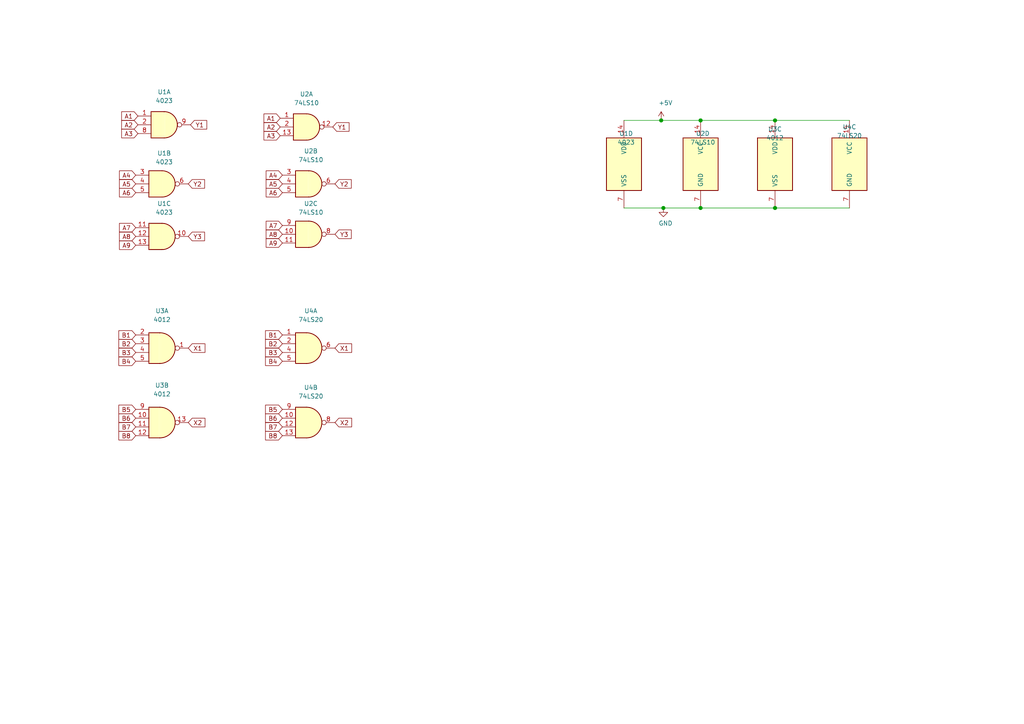
<source format=kicad_sch>
(kicad_sch (version 20201015) (generator eeschema)
  (page 1 1)
  (paper "A4")
  (lib_symbols
    (symbol "4xxx:4012" (pin_names (offset 1.016))
      (property "Reference" "U" (at 0 1.27 0))
      (property "Value" "4012" (at 0 -1.27 0))
      (symbol "4012_1_1"
        (arc (start -0.635 -4.445) (end -0.635 4.445) (radius (at -0.635 0) (length 4.445) (angles -89.9 89.9)) (stroke (width 0.254)) (fill (type background)))
        (polyline (pts (xy -0.635 4.445) (xy -3.81 4.445) (xy -3.81 -4.445) (xy -0.635 -4.445)) (stroke (width 0.254)) (fill (type background)))
        (pin output inverted (at 7.62 0 180) (length 3.81) (name "~") (number "1"))
        (pin input line (at -7.62 3.81 0) (length 3.81) (name "~") (number "2"))
        (pin input line (at -7.62 1.27 0) (length 3.81) (name "~") (number "3"))
        (pin input line (at -7.62 -1.27 0) (length 3.81) (name "~") (number "4"))
        (pin input line (at -7.62 -3.81 0) (length 3.81) (name "~") (number "5"))
      )
      (symbol "4012_1_2"
        (arc (start -3.81 4.445) (end -3.81 -4.445) (radius (at -11.303 0) (length 8.7122) (angles 30.6 -30.6)) (stroke (width 0.254)))
        (arc (start 3.81 0) (end -0.6096 4.445) (radius (at -2.0574 -1.4224) (length 6.0452) (angles 13.7 76.8)) (stroke (width 0.254)) (fill (type background)))
        (arc (start 3.81 0) (end -0.6096 -4.445) (radius (at -2.0574 1.4224) (length 6.0452) (angles -13.7 -76.8)) (stroke (width 0.254)) (fill (type background)))
        (polyline (pts (xy -3.81 -4.445) (xy -0.635 -4.445)) (stroke (width 0.254)) (fill (type background)))
        (polyline (pts (xy -3.81 4.445) (xy -0.635 4.445)) (stroke (width 0.254)) (fill (type background)))
        (polyline (pts (xy -0.635 4.445) (xy -3.81 4.445) (xy -3.81 4.445) (xy -3.6322 4.0894) (xy -3.0988 2.921) (xy -2.7686 1.6764) (xy -2.6162 0.4318) (xy -2.6416 -0.8636) (xy -2.8702 -2.1082) (xy -3.2512 -3.3274) (xy -3.81 -4.445) (xy -3.81 -4.445) (xy -0.635 -4.445)) (stroke (width -25.4)) (fill (type background)))
        (pin output line (at 7.62 0 180) (length 3.81) (name "~") (number "1"))
        (pin input inverted (at -7.62 3.81 0) (length 3.81) (name "~") (number "2"))
        (pin input inverted (at -7.62 1.27 0) (length 4.826) (name "~") (number "3"))
        (pin input inverted (at -7.62 -1.27 0) (length 4.826) (name "~") (number "4"))
        (pin input inverted (at -7.62 -3.81 0) (length 3.81) (name "~") (number "5"))
      )
      (symbol "4012_2_1"
        (arc (start -0.635 -4.445) (end -0.635 4.445) (radius (at -0.635 0) (length 4.445) (angles -89.9 89.9)) (stroke (width 0.254)) (fill (type background)))
        (polyline (pts (xy -0.635 4.445) (xy -3.81 4.445) (xy -3.81 -4.445) (xy -0.635 -4.445)) (stroke (width 0.254)) (fill (type background)))
        (pin input line (at -7.62 1.27 0) (length 3.81) (name "~") (number "10"))
        (pin input line (at -7.62 -1.27 0) (length 3.81) (name "~") (number "11"))
        (pin input line (at -7.62 -3.81 0) (length 3.81) (name "~") (number "12"))
        (pin output inverted (at 7.62 0 180) (length 3.81) (name "~") (number "13"))
        (pin input line (at -7.62 3.81 0) (length 3.81) (name "~") (number "9"))
      )
      (symbol "4012_2_2"
        (arc (start -3.81 4.445) (end -3.81 -4.445) (radius (at -11.303 0) (length 8.7122) (angles 30.6 -30.6)) (stroke (width 0.254)))
        (arc (start 3.81 0) (end -0.6096 4.445) (radius (at -2.0574 -1.4224) (length 6.0452) (angles 13.7 76.8)) (stroke (width 0.254)) (fill (type background)))
        (arc (start 3.81 0) (end -0.6096 -4.445) (radius (at -2.0574 1.4224) (length 6.0452) (angles -13.7 -76.8)) (stroke (width 0.254)) (fill (type background)))
        (polyline (pts (xy -3.81 -4.445) (xy -0.635 -4.445)) (stroke (width 0.254)) (fill (type background)))
        (polyline (pts (xy -3.81 4.445) (xy -0.635 4.445)) (stroke (width 0.254)) (fill (type background)))
        (polyline (pts (xy -0.635 4.445) (xy -3.81 4.445) (xy -3.81 4.445) (xy -3.6322 4.0894) (xy -3.0988 2.921) (xy -2.7686 1.6764) (xy -2.6162 0.4318) (xy -2.6416 -0.8636) (xy -2.8702 -2.1082) (xy -3.2512 -3.3274) (xy -3.81 -4.445) (xy -3.81 -4.445) (xy -0.635 -4.445)) (stroke (width -25.4)) (fill (type background)))
        (pin input inverted (at -7.62 1.27 0) (length 4.826) (name "~") (number "10"))
        (pin input inverted (at -7.62 -1.27 0) (length 4.826) (name "~") (number "11"))
        (pin input inverted (at -7.62 -3.81 0) (length 3.81) (name "~") (number "12"))
        (pin output line (at 7.62 0 180) (length 3.81) (name "~") (number "13"))
        (pin input inverted (at -7.62 3.81 0) (length 3.81) (name "~") (number "9"))
      )
      (symbol "4012_3_0"
        (pin power_in line (at 0 12.7 270) (length 5.08) (name "VDD") (number "14"))
        (pin power_in line (at 0 -12.7 90) (length 5.08) (name "VSS") (number "7"))
      )
      (symbol "4012_3_1"
        (rectangle (start -5.08 7.62) (end 5.08 -7.62) (stroke (width 0.254)) (fill (type background)))
      )
    )
    (symbol "4xxx:4023" (pin_names (offset 1.016))
      (property "Reference" "U" (at 0 1.27 0))
      (property "Value" "4023" (at 0 -1.27 0))
      (symbol "4023_1_1"
        (arc (start 0 -3.81) (end 0 3.81) (radius (at 0 0) (length 3.81) (angles -89.9 89.9)) (stroke (width 0.254)) (fill (type background)))
        (polyline (pts (xy 0 3.81) (xy -3.81 3.81) (xy -3.81 -3.81) (xy 0 -3.81)) (stroke (width 0.254)) (fill (type background)))
        (pin input line (at -7.62 2.54 0) (length 3.81) (name "~") (number "1"))
        (pin input line (at -7.62 0 0) (length 3.81) (name "~") (number "2"))
        (pin input line (at -7.62 -2.54 0) (length 3.81) (name "~") (number "8"))
        (pin output inverted (at 7.62 0 180) (length 3.81) (name "~") (number "9"))
      )
      (symbol "4023_1_2"
        (arc (start -3.81 3.81) (end -3.81 -3.81) (radius (at -9.144 0) (length 6.5532) (angles 35.4 -35.4)) (stroke (width 0.254)))
        (arc (start 3.81 0) (end -0.6096 3.81) (radius (at -1.1938 -1.3208) (length 5.1816) (angles 15 83.7)) (stroke (width 0.254)) (fill (type background)))
        (arc (start 3.81 0) (end -0.6096 -3.81) (radius (at -1.1938 1.3208) (length 5.1816) (angles -15 -83.7)) (stroke (width 0.254)) (fill (type background)))
        (polyline (pts (xy -3.81 -3.81) (xy -0.635 -3.81)) (stroke (width 0.254)) (fill (type background)))
        (polyline (pts (xy -3.81 3.81) (xy -0.635 3.81)) (stroke (width 0.254)) (fill (type background)))
        (polyline (pts (xy -0.635 3.81) (xy -3.81 3.81) (xy -3.81 3.81) (xy -3.556 3.4036) (xy -3.0226 2.2606) (xy -2.6924 1.0414) (xy -2.6162 -0.254) (xy -2.7686 -1.4986) (xy -3.175 -2.7178) (xy -3.81 -3.81) (xy -3.81 -3.81) (xy -0.635 -3.81)) (stroke (width -25.4)) (fill (type background)))
        (pin input inverted (at -7.62 2.54 0) (length 4.318) (name "~") (number "1"))
        (pin input inverted (at -7.62 0 0) (length 4.953) (name "~") (number "2"))
        (pin input inverted (at -7.62 -2.54 0) (length 4.318) (name "~") (number "8"))
        (pin output line (at 7.62 0 180) (length 3.81) (name "~") (number "9"))
      )
      (symbol "4023_2_1"
        (arc (start 0 -3.81) (end 0 3.81) (radius (at 0 0) (length 3.81) (angles -89.9 89.9)) (stroke (width 0.254)) (fill (type background)))
        (polyline (pts (xy 0 3.81) (xy -3.81 3.81) (xy -3.81 -3.81) (xy 0 -3.81)) (stroke (width 0.254)) (fill (type background)))
        (pin input line (at -7.62 2.54 0) (length 3.81) (name "~") (number "3"))
        (pin input line (at -7.62 0 0) (length 3.81) (name "~") (number "4"))
        (pin input line (at -7.62 -2.54 0) (length 3.81) (name "~") (number "5"))
        (pin output inverted (at 7.62 0 180) (length 3.81) (name "~") (number "6"))
      )
      (symbol "4023_2_2"
        (arc (start -3.81 3.81) (end -3.81 -3.81) (radius (at -9.144 0) (length 6.5532) (angles 35.4 -35.4)) (stroke (width 0.254)))
        (arc (start 3.81 0) (end -0.6096 3.81) (radius (at -1.1938 -1.3208) (length 5.1816) (angles 15 83.7)) (stroke (width 0.254)) (fill (type background)))
        (arc (start 3.81 0) (end -0.6096 -3.81) (radius (at -1.1938 1.3208) (length 5.1816) (angles -15 -83.7)) (stroke (width 0.254)) (fill (type background)))
        (polyline (pts (xy -3.81 -3.81) (xy -0.635 -3.81)) (stroke (width 0.254)) (fill (type background)))
        (polyline (pts (xy -3.81 3.81) (xy -0.635 3.81)) (stroke (width 0.254)) (fill (type background)))
        (polyline (pts (xy -0.635 3.81) (xy -3.81 3.81) (xy -3.81 3.81) (xy -3.556 3.4036) (xy -3.0226 2.2606) (xy -2.6924 1.0414) (xy -2.6162 -0.254) (xy -2.7686 -1.4986) (xy -3.175 -2.7178) (xy -3.81 -3.81) (xy -3.81 -3.81) (xy -0.635 -3.81)) (stroke (width -25.4)) (fill (type background)))
        (pin input inverted (at -7.62 2.54 0) (length 4.318) (name "~") (number "3"))
        (pin input inverted (at -7.62 0 0) (length 4.953) (name "~") (number "4"))
        (pin input inverted (at -7.62 -2.54 0) (length 4.318) (name "~") (number "5"))
        (pin output line (at 7.62 0 180) (length 3.81) (name "~") (number "6"))
      )
      (symbol "4023_3_1"
        (arc (start 0 -3.81) (end 0 3.81) (radius (at 0 0) (length 3.81) (angles -89.9 89.9)) (stroke (width 0.254)) (fill (type background)))
        (polyline (pts (xy 0 3.81) (xy -3.81 3.81) (xy -3.81 -3.81) (xy 0 -3.81)) (stroke (width 0.254)) (fill (type background)))
        (pin output inverted (at 7.62 0 180) (length 3.81) (name "~") (number "10"))
        (pin input line (at -7.62 2.54 0) (length 3.81) (name "~") (number "11"))
        (pin input line (at -7.62 0 0) (length 3.81) (name "~") (number "12"))
        (pin input line (at -7.62 -2.54 0) (length 3.81) (name "~") (number "13"))
      )
      (symbol "4023_3_2"
        (arc (start -3.81 3.81) (end -3.81 -3.81) (radius (at -9.144 0) (length 6.5532) (angles 35.4 -35.4)) (stroke (width 0.254)))
        (arc (start 3.81 0) (end -0.6096 3.81) (radius (at -1.1938 -1.3208) (length 5.1816) (angles 15 83.7)) (stroke (width 0.254)) (fill (type background)))
        (arc (start 3.81 0) (end -0.6096 -3.81) (radius (at -1.1938 1.3208) (length 5.1816) (angles -15 -83.7)) (stroke (width 0.254)) (fill (type background)))
        (polyline (pts (xy -3.81 -3.81) (xy -0.635 -3.81)) (stroke (width 0.254)) (fill (type background)))
        (polyline (pts (xy -3.81 3.81) (xy -0.635 3.81)) (stroke (width 0.254)) (fill (type background)))
        (polyline (pts (xy -0.635 3.81) (xy -3.81 3.81) (xy -3.81 3.81) (xy -3.556 3.4036) (xy -3.0226 2.2606) (xy -2.6924 1.0414) (xy -2.6162 -0.254) (xy -2.7686 -1.4986) (xy -3.175 -2.7178) (xy -3.81 -3.81) (xy -3.81 -3.81) (xy -0.635 -3.81)) (stroke (width -25.4)) (fill (type background)))
        (pin output line (at 7.62 0 180) (length 3.81) (name "~") (number "10"))
        (pin input inverted (at -7.62 2.54 0) (length 4.318) (name "~") (number "11"))
        (pin input inverted (at -7.62 0 0) (length 4.953) (name "~") (number "12"))
        (pin input inverted (at -7.62 -2.54 0) (length 4.318) (name "~") (number "13"))
      )
      (symbol "4023_4_0"
        (pin power_in line (at 0 12.7 270) (length 5.08) (name "VDD") (number "14"))
        (pin power_in line (at 0 -12.7 90) (length 5.08) (name "VSS") (number "7"))
      )
      (symbol "4023_4_1"
        (rectangle (start -5.08 7.62) (end 5.08 -7.62) (stroke (width 0.254)) (fill (type background)))
      )
    )
    (symbol "74xx:74LS10" (pin_names (offset 1.016))
      (property "Reference" "U" (at 0 1.27 0))
      (property "Value" "74LS10" (at 0 -1.27 0))
      (symbol "74LS10_1_1"
        (arc (start 0 -3.81) (end 0 3.81) (radius (at 0 0) (length 3.81) (angles -89.9 89.9)) (stroke (width 0.254)) (fill (type background)))
        (polyline (pts (xy 0 3.81) (xy -3.81 3.81) (xy -3.81 -3.81) (xy 0 -3.81)) (stroke (width 0.254)) (fill (type background)))
        (pin input line (at -7.62 2.54 0) (length 3.81) (name "~") (number "1"))
        (pin output inverted (at 7.62 0 180) (length 3.81) (name "~") (number "12"))
        (pin input line (at -7.62 -2.54 0) (length 3.81) (name "~") (number "13"))
        (pin input line (at -7.62 0 0) (length 3.81) (name "~") (number "2"))
      )
      (symbol "74LS10_1_2"
        (arc (start -3.81 3.81) (end -3.81 -3.81) (radius (at -9.144 0) (length 6.5532) (angles 35.4 -35.4)) (stroke (width 0.254)))
        (arc (start 3.81 0) (end -0.6096 3.81) (radius (at -1.1938 -1.3208) (length 5.1816) (angles 15 83.7)) (stroke (width 0.254)) (fill (type background)))
        (arc (start 3.81 0) (end -0.6096 -3.81) (radius (at -1.1938 1.3208) (length 5.1816) (angles -15 -83.7)) (stroke (width 0.254)) (fill (type background)))
        (polyline (pts (xy -3.81 -3.81) (xy -0.635 -3.81)) (stroke (width 0.254)) (fill (type background)))
        (polyline (pts (xy -3.81 3.81) (xy -0.635 3.81)) (stroke (width 0.254)) (fill (type background)))
        (polyline (pts (xy -0.635 3.81) (xy -3.81 3.81) (xy -3.81 3.81) (xy -3.556 3.4036) (xy -3.0226 2.2606) (xy -2.6924 1.0414) (xy -2.6162 -0.254) (xy -2.7686 -1.4986) (xy -3.175 -2.7178) (xy -3.81 -3.81) (xy -3.81 -3.81) (xy -0.635 -3.81)) (stroke (width -25.4)) (fill (type background)))
        (pin input inverted (at -7.62 2.54 0) (length 4.318) (name "~") (number "1"))
        (pin output line (at 7.62 0 180) (length 3.81) (name "~") (number "12"))
        (pin input inverted (at -7.62 -2.54 0) (length 4.318) (name "~") (number "13"))
        (pin input inverted (at -7.62 0 0) (length 4.953) (name "~") (number "2"))
      )
      (symbol "74LS10_2_1"
        (arc (start 0 -3.81) (end 0 3.81) (radius (at 0 0) (length 3.81) (angles -89.9 89.9)) (stroke (width 0.254)) (fill (type background)))
        (polyline (pts (xy 0 3.81) (xy -3.81 3.81) (xy -3.81 -3.81) (xy 0 -3.81)) (stroke (width 0.254)) (fill (type background)))
        (pin input line (at -7.62 2.54 0) (length 3.81) (name "~") (number "3"))
        (pin input line (at -7.62 0 0) (length 3.81) (name "~") (number "4"))
        (pin input line (at -7.62 -2.54 0) (length 3.81) (name "~") (number "5"))
        (pin output inverted (at 7.62 0 180) (length 3.81) (name "~") (number "6"))
      )
      (symbol "74LS10_2_2"
        (arc (start -3.81 3.81) (end -3.81 -3.81) (radius (at -9.144 0) (length 6.5532) (angles 35.4 -35.4)) (stroke (width 0.254)))
        (arc (start 3.81 0) (end -0.6096 3.81) (radius (at -1.1938 -1.3208) (length 5.1816) (angles 15 83.7)) (stroke (width 0.254)) (fill (type background)))
        (arc (start 3.81 0) (end -0.6096 -3.81) (radius (at -1.1938 1.3208) (length 5.1816) (angles -15 -83.7)) (stroke (width 0.254)) (fill (type background)))
        (polyline (pts (xy -3.81 -3.81) (xy -0.635 -3.81)) (stroke (width 0.254)) (fill (type background)))
        (polyline (pts (xy -3.81 3.81) (xy -0.635 3.81)) (stroke (width 0.254)) (fill (type background)))
        (polyline (pts (xy -0.635 3.81) (xy -3.81 3.81) (xy -3.81 3.81) (xy -3.556 3.4036) (xy -3.0226 2.2606) (xy -2.6924 1.0414) (xy -2.6162 -0.254) (xy -2.7686 -1.4986) (xy -3.175 -2.7178) (xy -3.81 -3.81) (xy -3.81 -3.81) (xy -0.635 -3.81)) (stroke (width -25.4)) (fill (type background)))
        (pin input inverted (at -7.62 2.54 0) (length 4.318) (name "~") (number "3"))
        (pin input inverted (at -7.62 0 0) (length 4.953) (name "~") (number "4"))
        (pin input inverted (at -7.62 -2.54 0) (length 4.318) (name "~") (number "5"))
        (pin output line (at 7.62 0 180) (length 3.81) (name "~") (number "6"))
      )
      (symbol "74LS10_3_1"
        (arc (start 0 -3.81) (end 0 3.81) (radius (at 0 0) (length 3.81) (angles -89.9 89.9)) (stroke (width 0.254)) (fill (type background)))
        (polyline (pts (xy 0 3.81) (xy -3.81 3.81) (xy -3.81 -3.81) (xy 0 -3.81)) (stroke (width 0.254)) (fill (type background)))
        (pin input line (at -7.62 0 0) (length 3.81) (name "~") (number "10"))
        (pin input line (at -7.62 -2.54 0) (length 3.81) (name "~") (number "11"))
        (pin output inverted (at 7.62 0 180) (length 3.81) (name "~") (number "8"))
        (pin input line (at -7.62 2.54 0) (length 3.81) (name "~") (number "9"))
      )
      (symbol "74LS10_3_2"
        (arc (start -3.81 3.81) (end -3.81 -3.81) (radius (at -9.144 0) (length 6.5532) (angles 35.4 -35.4)) (stroke (width 0.254)))
        (arc (start 3.81 0) (end -0.6096 3.81) (radius (at -1.1938 -1.3208) (length 5.1816) (angles 15 83.7)) (stroke (width 0.254)) (fill (type background)))
        (arc (start 3.81 0) (end -0.6096 -3.81) (radius (at -1.1938 1.3208) (length 5.1816) (angles -15 -83.7)) (stroke (width 0.254)) (fill (type background)))
        (polyline (pts (xy -3.81 -3.81) (xy -0.635 -3.81)) (stroke (width 0.254)) (fill (type background)))
        (polyline (pts (xy -3.81 3.81) (xy -0.635 3.81)) (stroke (width 0.254)) (fill (type background)))
        (polyline (pts (xy -0.635 3.81) (xy -3.81 3.81) (xy -3.81 3.81) (xy -3.556 3.4036) (xy -3.0226 2.2606) (xy -2.6924 1.0414) (xy -2.6162 -0.254) (xy -2.7686 -1.4986) (xy -3.175 -2.7178) (xy -3.81 -3.81) (xy -3.81 -3.81) (xy -0.635 -3.81)) (stroke (width -25.4)) (fill (type background)))
        (pin input inverted (at -7.62 0 0) (length 4.953) (name "~") (number "10"))
        (pin input inverted (at -7.62 -2.54 0) (length 4.318) (name "~") (number "11"))
        (pin output line (at 7.62 0 180) (length 3.81) (name "~") (number "8"))
        (pin input inverted (at -7.62 2.54 0) (length 4.318) (name "~") (number "9"))
      )
      (symbol "74LS10_4_0"
        (pin power_in line (at 0 12.7 270) (length 5.08) (name "VCC") (number "14"))
        (pin power_in line (at 0 -12.7 90) (length 5.08) (name "GND") (number "7"))
      )
      (symbol "74LS10_4_1"
        (rectangle (start -5.08 7.62) (end 5.08 -7.62) (stroke (width 0.254)) (fill (type background)))
      )
    )
    (symbol "74xx:74LS20" (pin_names (offset 1.016))
      (property "Reference" "U" (at 0 1.27 0))
      (property "Value" "74LS20" (at 0 -1.27 0))
      (symbol "74LS20_1_1"
        (arc (start -0.635 -4.445) (end -0.635 4.445) (radius (at -0.635 0) (length 4.445) (angles -89.9 89.9)) (stroke (width 0.254)) (fill (type background)))
        (polyline (pts (xy -0.635 4.445) (xy -3.81 4.445) (xy -3.81 -4.445) (xy -0.635 -4.445)) (stroke (width 0.254)) (fill (type background)))
        (pin input line (at -7.62 3.81 0) (length 3.81) (name "~") (number "1"))
        (pin input line (at -7.62 1.27 0) (length 3.81) (name "~") (number "2"))
        (pin input line (at -7.62 -1.27 0) (length 3.81) (name "~") (number "4"))
        (pin input line (at -7.62 -3.81 0) (length 3.81) (name "~") (number "5"))
        (pin output inverted (at 7.62 0 180) (length 3.81) (name "~") (number "6"))
      )
      (symbol "74LS20_1_2"
        (arc (start -3.81 4.445) (end -3.81 -4.445) (radius (at -11.303 0) (length 8.7122) (angles 30.6 -30.6)) (stroke (width 0.254)))
        (arc (start 3.81 0) (end -0.6096 4.445) (radius (at -2.0574 -1.4224) (length 6.0452) (angles 13.7 76.8)) (stroke (width 0.254)) (fill (type background)))
        (arc (start 3.81 0) (end -0.6096 -4.445) (radius (at -2.0574 1.4224) (length 6.0452) (angles -13.7 -76.8)) (stroke (width 0.254)) (fill (type background)))
        (polyline (pts (xy -3.81 -4.445) (xy -0.635 -4.445)) (stroke (width 0.254)) (fill (type background)))
        (polyline (pts (xy -3.81 4.445) (xy -0.635 4.445)) (stroke (width 0.254)) (fill (type background)))
        (polyline (pts (xy -0.635 4.445) (xy -3.81 4.445) (xy -3.81 4.445) (xy -3.6322 4.0894) (xy -3.0988 2.921) (xy -2.7686 1.6764) (xy -2.6162 0.4318) (xy -2.6416 -0.8636) (xy -2.8702 -2.1082) (xy -3.2512 -3.3274) (xy -3.81 -4.445) (xy -3.81 -4.445) (xy -0.635 -4.445)) (stroke (width -25.4)) (fill (type background)))
        (pin input inverted (at -7.62 3.81 0) (length 3.81) (name "~") (number "1"))
        (pin input inverted (at -7.62 1.27 0) (length 4.826) (name "~") (number "2"))
        (pin input inverted (at -7.62 -1.27 0) (length 4.826) (name "~") (number "4"))
        (pin input inverted (at -7.62 -3.81 0) (length 3.81) (name "~") (number "5"))
        (pin output line (at 7.62 0 180) (length 3.81) (name "~") (number "6"))
      )
      (symbol "74LS20_2_1"
        (arc (start -0.635 -4.445) (end -0.635 4.445) (radius (at -0.635 0) (length 4.445) (angles -89.9 89.9)) (stroke (width 0.254)) (fill (type background)))
        (polyline (pts (xy -0.635 4.445) (xy -3.81 4.445) (xy -3.81 -4.445) (xy -0.635 -4.445)) (stroke (width 0.254)) (fill (type background)))
        (pin input line (at -7.62 1.27 0) (length 3.81) (name "~") (number "10"))
        (pin input line (at -7.62 -1.27 0) (length 3.81) (name "~") (number "12"))
        (pin input line (at -7.62 -3.81 0) (length 3.81) (name "~") (number "13"))
        (pin output inverted (at 7.62 0 180) (length 3.81) (name "~") (number "8"))
        (pin input line (at -7.62 3.81 0) (length 3.81) (name "~") (number "9"))
      )
      (symbol "74LS20_2_2"
        (arc (start -3.81 4.445) (end -3.81 -4.445) (radius (at -11.303 0) (length 8.7122) (angles 30.6 -30.6)) (stroke (width 0.254)))
        (arc (start 3.81 0) (end -0.6096 4.445) (radius (at -2.0574 -1.4224) (length 6.0452) (angles 13.7 76.8)) (stroke (width 0.254)) (fill (type background)))
        (arc (start 3.81 0) (end -0.6096 -4.445) (radius (at -2.0574 1.4224) (length 6.0452) (angles -13.7 -76.8)) (stroke (width 0.254)) (fill (type background)))
        (polyline (pts (xy -3.81 -4.445) (xy -0.635 -4.445)) (stroke (width 0.254)) (fill (type background)))
        (polyline (pts (xy -3.81 4.445) (xy -0.635 4.445)) (stroke (width 0.254)) (fill (type background)))
        (polyline (pts (xy -0.635 4.445) (xy -3.81 4.445) (xy -3.81 4.445) (xy -3.6322 4.0894) (xy -3.0988 2.921) (xy -2.7686 1.6764) (xy -2.6162 0.4318) (xy -2.6416 -0.8636) (xy -2.8702 -2.1082) (xy -3.2512 -3.3274) (xy -3.81 -4.445) (xy -3.81 -4.445) (xy -0.635 -4.445)) (stroke (width -25.4)) (fill (type background)))
        (pin input inverted (at -7.62 1.27 0) (length 4.826) (name "~") (number "10"))
        (pin input inverted (at -7.62 -1.27 0) (length 4.826) (name "~") (number "12"))
        (pin input inverted (at -7.62 -3.81 0) (length 3.81) (name "~") (number "13"))
        (pin output line (at 7.62 0 180) (length 3.81) (name "~") (number "8"))
        (pin input inverted (at -7.62 3.81 0) (length 3.81) (name "~") (number "9"))
      )
      (symbol "74LS20_3_0"
        (pin power_in line (at 0 12.7 270) (length 5.08) (name "VCC") (number "14"))
        (pin power_in line (at 0 -12.7 90) (length 5.08) (name "GND") (number "7"))
      )
      (symbol "74LS20_3_1"
        (rectangle (start -5.08 7.62) (end 5.08 -7.62) (stroke (width 0.254)) (fill (type background)))
      )
    )
    (symbol "power:+5V" (power) (pin_names (offset 0))
      (property "Value" "+5V" (at 0 3.556 0))
      (symbol "+5V_0_1"
        (polyline (pts (xy -0.762 1.27) (xy 0 2.54)))
        (polyline (pts (xy 0 0) (xy 0 2.54)))
        (polyline (pts (xy 0 2.54) (xy 0.762 1.27)))
      )
      (symbol "+5V_1_1"
        (pin power_in line (at 0 0 90) (length 0) hide (name "+5V") (number "1"))
      )
    )
    (symbol "power:GND" (power) (pin_names (offset 0))
      (property "Value" "GND" (at 0 -3.81 0))
      (symbol "GND_0_1"
        (polyline (pts (xy 0 0) (xy 0 -1.27) (xy 1.27 -1.27) (xy 0 -2.54) (xy -1.27 -1.27) (xy 0 -1.27)))
      )
      (symbol "GND_1_1"
        (pin power_in line (at 0 0 270) (length 0) hide (name "GND") (number "1"))
      )
    )
  )
  (junction (at 191.77 34.925) (diameter 1.016))
  (junction (at 192.405 60.325) (diameter 1.016))
  (junction (at 203.2 34.925) (diameter 1.016))
  (junction (at 203.2 60.325) (diameter 1.016))
  (junction (at 224.79 34.925) (diameter 1.016))
  (junction (at 224.79 60.325) (diameter 1.016))
  (wire (pts (xy 180.975 34.925) (xy 191.77 34.925)))
  (wire (pts (xy 180.975 60.325) (xy 192.405 60.325)))
  (wire (pts (xy 191.77 34.925) (xy 203.2 34.925)))
  (wire (pts (xy 192.405 60.325) (xy 203.2 60.325)))
  (wire (pts (xy 203.2 34.925) (xy 224.79 34.925)))
  (wire (pts (xy 203.2 60.325) (xy 224.79 60.325)))
  (wire (pts (xy 224.79 34.925) (xy 246.38 34.925)))
  (wire (pts (xy 224.79 60.325) (xy 246.38 60.325)))
  (global_label "A4" (shape input) (at 39.37 50.8 180) (property "Intersheet References" "${INTERSHEET_REFS}" (effects hide)))
  (global_label "A5" (shape input) (at 39.37 53.34 180) (property "Intersheet References" "${INTERSHEET_REFS}" (effects hide)))
  (global_label "A6" (shape input) (at 39.37 55.88 180) (property "Intersheet References" "${INTERSHEET_REFS}" (effects hide)))
  (global_label "A7" (shape input) (at 39.37 66.04 180) (property "Intersheet References" "${INTERSHEET_REFS}" (effects hide)))
  (global_label "A8" (shape input) (at 39.37 68.58 180) (property "Intersheet References" "${INTERSHEET_REFS}" (effects hide)))
  (global_label "A9" (shape input) (at 39.37 71.12 180) (property "Intersheet References" "${INTERSHEET_REFS}" (effects hide)))
  (global_label "B1" (shape input) (at 39.37 97.155 180) (property "Intersheet References" "${INTERSHEET_REFS}" (effects hide)))
  (global_label "B2" (shape input) (at 39.37 99.695 180) (property "Intersheet References" "${INTERSHEET_REFS}" (effects hide)))
  (global_label "B3" (shape input) (at 39.37 102.235 180) (property "Intersheet References" "${INTERSHEET_REFS}" (effects hide)))
  (global_label "B4" (shape input) (at 39.37 104.775 180) (property "Intersheet References" "${INTERSHEET_REFS}" (effects hide)))
  (global_label "B5" (shape input) (at 39.37 118.745 180) (property "Intersheet References" "${INTERSHEET_REFS}" (effects hide)))
  (global_label "B6" (shape input) (at 39.37 121.285 180) (property "Intersheet References" "${INTERSHEET_REFS}" (effects hide)))
  (global_label "B7" (shape input) (at 39.37 123.825 180) (property "Intersheet References" "${INTERSHEET_REFS}" (effects hide)))
  (global_label "B8" (shape input) (at 39.37 126.365 180) (property "Intersheet References" "${INTERSHEET_REFS}" (effects hide)))
  (global_label "A1" (shape input) (at 40.005 33.655 180) (property "Intersheet References" "${INTERSHEET_REFS}" (effects hide)))
  (global_label "A2" (shape input) (at 40.005 36.195 180) (property "Intersheet References" "${INTERSHEET_REFS}" (effects hide)))
  (global_label "A3" (shape input) (at 40.005 38.735 180) (property "Intersheet References" "${INTERSHEET_REFS}" (effects hide)))
  (global_label "Y2" (shape input) (at 54.61 53.34 0) (property "Intersheet References" "${INTERSHEET_REFS}" (effects hide)))
  (global_label "Y3" (shape input) (at 54.61 68.58 0) (property "Intersheet References" "${INTERSHEET_REFS}" (effects hide)))
  (global_label "X1" (shape input) (at 54.61 100.965 0) (property "Intersheet References" "${INTERSHEET_REFS}" (effects hide)))
  (global_label "X2" (shape input) (at 54.61 122.555 0) (property "Intersheet References" "${INTERSHEET_REFS}" (effects hide)))
  (global_label "Y1" (shape input) (at 55.245 36.195 0) (property "Intersheet References" "${INTERSHEET_REFS}" (effects hide)))
  (global_label "A1" (shape input) (at 81.28 34.29 180) (property "Intersheet References" "${INTERSHEET_REFS}" (effects hide)))
  (global_label "A2" (shape input) (at 81.28 36.83 180) (property "Intersheet References" "${INTERSHEET_REFS}" (effects hide)))
  (global_label "A3" (shape input) (at 81.28 39.37 180) (property "Intersheet References" "${INTERSHEET_REFS}" (effects hide)))
  (global_label "A4" (shape input) (at 81.915 50.8 180) (property "Intersheet References" "${INTERSHEET_REFS}" (effects hide)))
  (global_label "A5" (shape input) (at 81.915 53.34 180) (property "Intersheet References" "${INTERSHEET_REFS}" (effects hide)))
  (global_label "A6" (shape input) (at 81.915 55.88 180) (property "Intersheet References" "${INTERSHEET_REFS}" (effects hide)))
  (global_label "A7" (shape input) (at 81.915 65.405 180) (property "Intersheet References" "${INTERSHEET_REFS}" (effects hide)))
  (global_label "A8" (shape input) (at 81.915 67.945 180) (property "Intersheet References" "${INTERSHEET_REFS}" (effects hide)))
  (global_label "A9" (shape input) (at 81.915 70.485 180) (property "Intersheet References" "${INTERSHEET_REFS}" (effects hide)))
  (global_label "B1" (shape input) (at 81.915 97.155 180) (property "Intersheet References" "${INTERSHEET_REFS}" (effects hide)))
  (global_label "B2" (shape input) (at 81.915 99.695 180) (property "Intersheet References" "${INTERSHEET_REFS}" (effects hide)))
  (global_label "B3" (shape input) (at 81.915 102.235 180) (property "Intersheet References" "${INTERSHEET_REFS}" (effects hide)))
  (global_label "B4" (shape input) (at 81.915 104.775 180) (property "Intersheet References" "${INTERSHEET_REFS}" (effects hide)))
  (global_label "B5" (shape input) (at 81.915 118.745 180) (property "Intersheet References" "${INTERSHEET_REFS}" (effects hide)))
  (global_label "B6" (shape input) (at 81.915 121.285 180) (property "Intersheet References" "${INTERSHEET_REFS}" (effects hide)))
  (global_label "B7" (shape input) (at 81.915 123.825 180) (property "Intersheet References" "${INTERSHEET_REFS}" (effects hide)))
  (global_label "B8" (shape input) (at 81.915 126.365 180) (property "Intersheet References" "${INTERSHEET_REFS}" (effects hide)))
  (global_label "Y1" (shape input) (at 96.52 36.83 0) (property "Intersheet References" "${INTERSHEET_REFS}" (effects hide)))
  (global_label "Y2" (shape input) (at 97.155 53.34 0) (property "Intersheet References" "${INTERSHEET_REFS}" (effects hide)))
  (global_label "Y3" (shape input) (at 97.155 67.945 0) (property "Intersheet References" "${INTERSHEET_REFS}" (effects hide)))
  (global_label "X1" (shape input) (at 97.155 100.965 0) (property "Intersheet References" "${INTERSHEET_REFS}" (effects hide)))
  (global_label "X2" (shape input) (at 97.155 122.555 0) (property "Intersheet References" "${INTERSHEET_REFS}" (effects hide)))
  (symbol (lib_id "power:+5V") (at 191.77 34.925 0) (unit 1)
    (property "Reference" "#PWR0102" (effects hide))
    (property "Value" "+5V" (at 193.04 29.845 0))
  )
  (symbol (lib_id "power:GND") (at 192.405 60.325 0) (unit 1)
    (property "Reference" "#PWR0101" (effects hide))
    (property "Value" "GND" (at 193.04 64.77 0))
  )
  (symbol (lib_id "4xxx:4023") (at 46.99 53.34 0) (unit 2)
    (property "Reference" "U1" (at 47.625 44.45 0))
    (property "Value" "4023" (at 47.625 46.99 0))
    (property "Footprint" "Package_DIP:DIP-14_W7.62mm" (effects hide))
    (property "Datasheet" "http://www.intersil.com/content/dam/Intersil/documents/cd40/cd4011bms-12bms-23bms.pdf" (effects hide))
  )
  (symbol (lib_id "4xxx:4023") (at 46.99 68.58 0) (unit 3)
    (property "Reference" "U1" (at 47.625 59.055 0))
    (property "Value" "4023" (at 47.625 61.595 0))
    (property "Footprint" "Package_DIP:DIP-14_W7.62mm" (effects hide))
    (property "Datasheet" "http://www.intersil.com/content/dam/Intersil/documents/cd40/cd4011bms-12bms-23bms.pdf" (effects hide))
  )
  (symbol (lib_id "4xxx:4023") (at 47.625 36.195 0) (unit 1)
    (property "Reference" "U1" (at 47.625 26.67 0))
    (property "Value" "4023" (at 47.625 29.21 0))
    (property "Footprint" "Package_DIP:DIP-14_W7.62mm" (effects hide))
    (property "Datasheet" "http://www.intersil.com/content/dam/Intersil/documents/cd40/cd4011bms-12bms-23bms.pdf" (effects hide))
  )
  (symbol (lib_id "74xx:74LS10") (at 88.9 36.83 0) (unit 1)
    (property "Reference" "U2" (at 88.9 27.305 0))
    (property "Value" "74LS10" (at 88.9 29.845 0))
    (property "Footprint" "Package_DIP:DIP-14_W7.62mm" (effects hide))
    (property "Datasheet" "http://www.ti.com/lit/gpn/sn74LS10" (effects hide))
  )
  (symbol (lib_id "74xx:74LS10") (at 89.535 53.34 0) (unit 2)
    (property "Reference" "U2" (at 90.17 43.815 0))
    (property "Value" "74LS10" (at 90.17 46.355 0))
    (property "Footprint" "Package_DIP:DIP-14_W7.62mm" (effects hide))
    (property "Datasheet" "http://www.ti.com/lit/gpn/sn74LS10" (effects hide))
  )
  (symbol (lib_id "74xx:74LS10") (at 89.535 67.945 0) (unit 3)
    (property "Reference" "U2" (at 90.17 59.055 0))
    (property "Value" "74LS10" (at 90.17 61.595 0))
    (property "Footprint" "Package_DIP:DIP-14_W7.62mm" (effects hide))
    (property "Datasheet" "http://www.ti.com/lit/gpn/sn74LS10" (effects hide))
  )
  (symbol (lib_id "4xxx:4012") (at 46.99 100.965 0) (unit 1)
    (property "Reference" "U3" (at 46.99 90.17 0))
    (property "Value" "4012" (at 46.99 92.71 0))
    (property "Footprint" "Package_DIP:DIP-14_W7.62mm" (effects hide))
    (property "Datasheet" "http://www.intersil.com/content/dam/Intersil/documents/cd40/cd4011bms-12bms-23bms.pdf" (effects hide))
  )
  (symbol (lib_id "4xxx:4012") (at 46.99 122.555 0) (unit 2)
    (property "Reference" "U3" (at 46.99 111.76 0))
    (property "Value" "4012" (at 46.99 114.3 0))
    (property "Datasheet" "http://www.intersil.com/content/dam/Intersil/documents/cd40/cd4011bms-12bms-23bms.pdf" (effects hide))
  )
  (symbol (lib_id "74xx:74LS20") (at 89.535 100.965 0) (unit 1)
    (property "Reference" "U4" (at 90.17 90.17 0))
    (property "Value" "74LS20" (at 90.17 92.71 0))
    (property "Footprint" "DIP-14_W7.62mm" (effects hide))
    (property "Datasheet" "http://www.ti.com/lit/gpn/sn74LS20" (effects hide))
  )
  (symbol (lib_id "74xx:74LS20") (at 89.535 122.555 0) (unit 2)
    (property "Reference" "U4" (at 90.17 112.395 0))
    (property "Value" "74LS20" (at 90.17 114.935 0))
    (property "Datasheet" "http://www.ti.com/lit/gpn/sn74LS20" (effects hide))
  )
  (symbol (lib_id "4xxx:4023") (at 180.975 47.625 0) (unit 4)
    (property "Reference" "U1" (at 181.61 38.735 0))
    (property "Value" "4023" (at 181.61 41.275 0))
    (property "Footprint" "Package_DIP:DIP-14_W7.62mm" (effects hide))
    (property "Datasheet" "http://www.intersil.com/content/dam/Intersil/documents/cd40/cd4011bms-12bms-23bms.pdf" (effects hide))
  )
  (symbol (lib_id "74xx:74LS10") (at 203.2 47.625 0) (unit 4)
    (property "Reference" "U2" (at 203.835 38.735 0))
    (property "Value" "74LS10" (at 203.835 41.275 0))
    (property "Footprint" "Package_DIP:DIP-14_W7.62mm" (effects hide))
    (property "Datasheet" "http://www.ti.com/lit/gpn/sn74LS10" (effects hide))
  )
  (symbol (lib_id "4xxx:4012") (at 224.79 47.625 0) (unit 3)
    (property "Reference" "U3" (at 224.79 37.465 0))
    (property "Value" "4012" (at 224.79 40.005 0))
    (property "Datasheet" "http://www.intersil.com/content/dam/Intersil/documents/cd40/cd4011bms-12bms-23bms.pdf" (effects hide))
  )
  (symbol (lib_id "74xx:74LS20") (at 246.38 47.625 0) (unit 3)
    (property "Reference" "U4" (at 246.38 36.83 0))
    (property "Value" "74LS20" (at 246.38 39.37 0))
    (property "Datasheet" "http://www.ti.com/lit/gpn/sn74LS20" (effects hide))
  )
)
</source>
